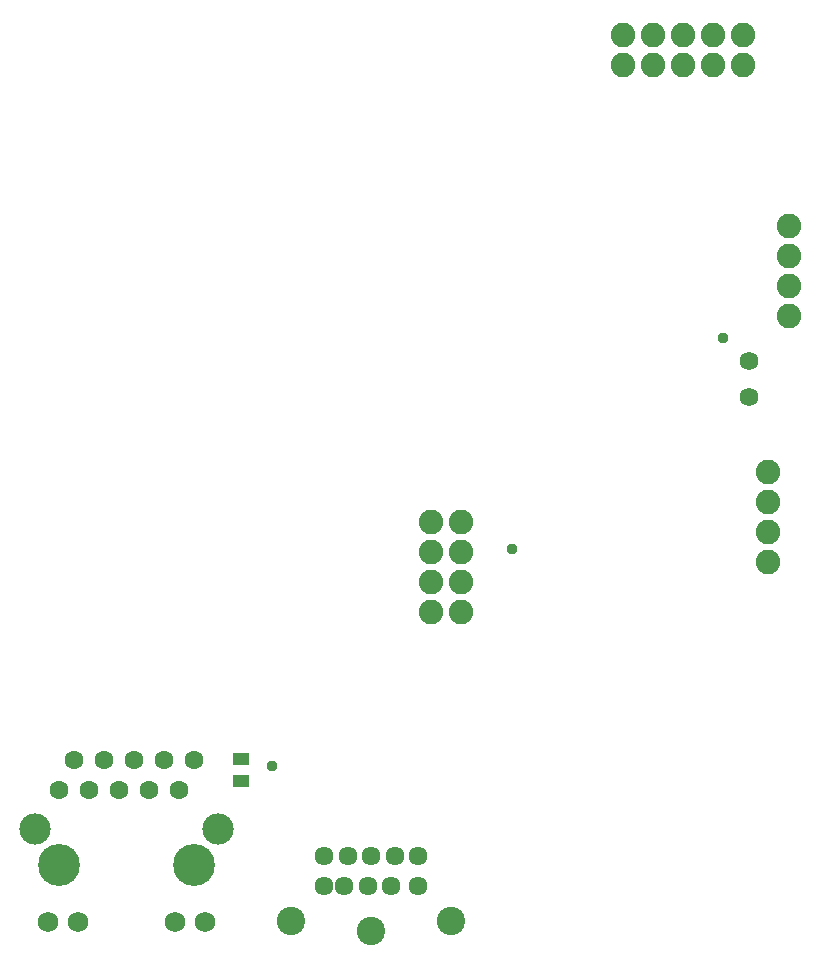
<source format=gbs>
G04 EAGLE Gerber RS-274X export*
G75*
%MOMM*%
%FSLAX34Y34*%
%LPD*%
%INBottom Solder Mask*%
%IPPOS*%
%AMOC8*
5,1,8,0,0,1.08239X$1,22.5*%
G01*
%ADD10C,2.082800*%
%ADD11C,2.648200*%
%ADD12C,1.601200*%
%ADD13C,1.733200*%
%ADD14C,3.553200*%
%ADD15R,1.403200X1.003200*%
%ADD16C,1.584200*%
%ADD17C,1.611200*%
%ADD18C,2.403200*%
%ADD19C,0.959600*%


D10*
X631300Y379100D03*
X656700Y379100D03*
X631300Y353700D03*
X656700Y353700D03*
X631300Y328300D03*
X656700Y328300D03*
X631300Y302900D03*
X656700Y302900D03*
X917000Y345000D03*
X917000Y370400D03*
X917000Y395800D03*
X917000Y421200D03*
X896000Y791000D03*
X896000Y765600D03*
X870600Y791000D03*
X870600Y765600D03*
X845200Y791000D03*
X845200Y765600D03*
X819800Y791000D03*
X819800Y765600D03*
X794400Y791000D03*
X794400Y765600D03*
X935000Y630000D03*
X935000Y604600D03*
X935000Y579200D03*
X935000Y553800D03*
D11*
X296550Y119300D03*
X451450Y119300D03*
D12*
X380400Y177700D03*
X393100Y152300D03*
X418500Y152300D03*
X367700Y152300D03*
X342300Y152300D03*
X316900Y152300D03*
X405800Y177700D03*
X431200Y177700D03*
X355000Y177700D03*
X329600Y177700D03*
D13*
X307750Y40000D03*
X440250Y40000D03*
X414850Y40000D03*
X333150Y40000D03*
D14*
X316850Y88800D03*
X431150Y88800D03*
D15*
X471000Y160000D03*
X471000Y178000D03*
D16*
X900500Y515000D03*
X900500Y485000D03*
D17*
X558000Y71000D03*
X578000Y71000D03*
X541000Y71000D03*
X621000Y71000D03*
X621000Y96000D03*
X541000Y96000D03*
X561000Y96000D03*
X581000Y96000D03*
X601000Y96000D03*
D18*
X648500Y41000D03*
X581000Y33000D03*
X513500Y41000D03*
D17*
X598000Y71000D03*
D19*
X700068Y356058D03*
X879000Y535000D03*
X497251Y172251D03*
M02*

</source>
